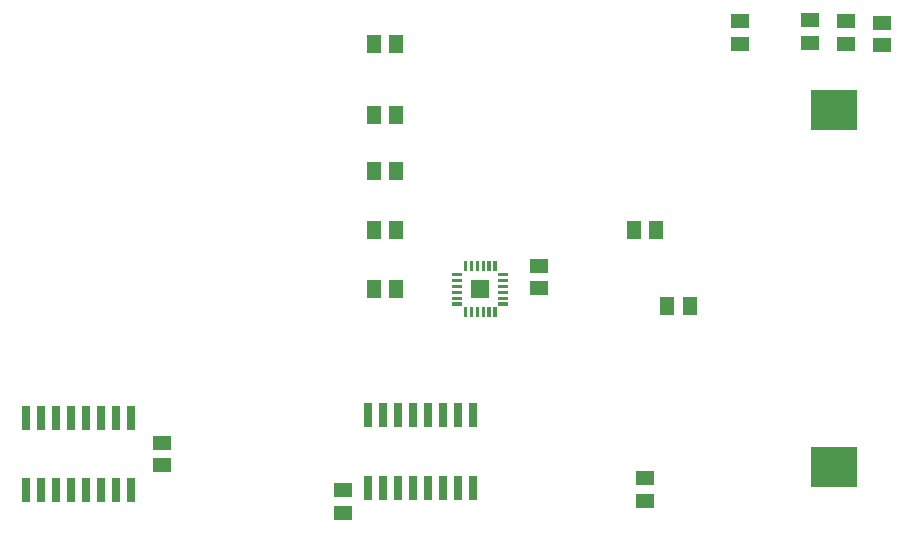
<source format=gbp>
G04 EAGLE Gerber RS-274X export*
G75*
%MOMM*%
%FSLAX34Y34*%
%LPD*%
%INBottom Paste*%
%IPPOS*%
%AMOC8*
5,1,8,0,0,1.08239X$1,22.5*%
G01*
%ADD10R,1.640000X1.640000*%
%ADD11C,0.065000*%
%ADD12R,1.300000X1.500000*%
%ADD13R,0.660400X2.032000*%
%ADD14R,1.500000X1.300000*%
%ADD15R,4.000000X3.500000*%
D10*
X420000Y270000D03*
D11*
X433475Y254225D02*
X433475Y246775D01*
X431525Y246775D01*
X431525Y254225D01*
X433475Y254225D01*
X433475Y247392D02*
X431525Y247392D01*
X431525Y248009D02*
X433475Y248009D01*
X433475Y248626D02*
X431525Y248626D01*
X431525Y249243D02*
X433475Y249243D01*
X433475Y249860D02*
X431525Y249860D01*
X431525Y250477D02*
X433475Y250477D01*
X433475Y251094D02*
X431525Y251094D01*
X431525Y251711D02*
X433475Y251711D01*
X433475Y252328D02*
X431525Y252328D01*
X431525Y252945D02*
X433475Y252945D01*
X433475Y253562D02*
X431525Y253562D01*
X431525Y254179D02*
X433475Y254179D01*
X428475Y254225D02*
X428475Y246775D01*
X426525Y246775D01*
X426525Y254225D01*
X428475Y254225D01*
X428475Y247392D02*
X426525Y247392D01*
X426525Y248009D02*
X428475Y248009D01*
X428475Y248626D02*
X426525Y248626D01*
X426525Y249243D02*
X428475Y249243D01*
X428475Y249860D02*
X426525Y249860D01*
X426525Y250477D02*
X428475Y250477D01*
X428475Y251094D02*
X426525Y251094D01*
X426525Y251711D02*
X428475Y251711D01*
X428475Y252328D02*
X426525Y252328D01*
X426525Y252945D02*
X428475Y252945D01*
X428475Y253562D02*
X426525Y253562D01*
X426525Y254179D02*
X428475Y254179D01*
X423475Y254225D02*
X423475Y246775D01*
X421525Y246775D01*
X421525Y254225D01*
X423475Y254225D01*
X423475Y247392D02*
X421525Y247392D01*
X421525Y248009D02*
X423475Y248009D01*
X423475Y248626D02*
X421525Y248626D01*
X421525Y249243D02*
X423475Y249243D01*
X423475Y249860D02*
X421525Y249860D01*
X421525Y250477D02*
X423475Y250477D01*
X423475Y251094D02*
X421525Y251094D01*
X421525Y251711D02*
X423475Y251711D01*
X423475Y252328D02*
X421525Y252328D01*
X421525Y252945D02*
X423475Y252945D01*
X423475Y253562D02*
X421525Y253562D01*
X421525Y254179D02*
X423475Y254179D01*
X418475Y254225D02*
X418475Y246775D01*
X416525Y246775D01*
X416525Y254225D01*
X418475Y254225D01*
X418475Y247392D02*
X416525Y247392D01*
X416525Y248009D02*
X418475Y248009D01*
X418475Y248626D02*
X416525Y248626D01*
X416525Y249243D02*
X418475Y249243D01*
X418475Y249860D02*
X416525Y249860D01*
X416525Y250477D02*
X418475Y250477D01*
X418475Y251094D02*
X416525Y251094D01*
X416525Y251711D02*
X418475Y251711D01*
X418475Y252328D02*
X416525Y252328D01*
X416525Y252945D02*
X418475Y252945D01*
X418475Y253562D02*
X416525Y253562D01*
X416525Y254179D02*
X418475Y254179D01*
X413475Y254225D02*
X413475Y246775D01*
X411525Y246775D01*
X411525Y254225D01*
X413475Y254225D01*
X413475Y247392D02*
X411525Y247392D01*
X411525Y248009D02*
X413475Y248009D01*
X413475Y248626D02*
X411525Y248626D01*
X411525Y249243D02*
X413475Y249243D01*
X413475Y249860D02*
X411525Y249860D01*
X411525Y250477D02*
X413475Y250477D01*
X413475Y251094D02*
X411525Y251094D01*
X411525Y251711D02*
X413475Y251711D01*
X413475Y252328D02*
X411525Y252328D01*
X411525Y252945D02*
X413475Y252945D01*
X413475Y253562D02*
X411525Y253562D01*
X411525Y254179D02*
X413475Y254179D01*
X408475Y254225D02*
X408475Y246775D01*
X406525Y246775D01*
X406525Y254225D01*
X408475Y254225D01*
X408475Y247392D02*
X406525Y247392D01*
X406525Y248009D02*
X408475Y248009D01*
X408475Y248626D02*
X406525Y248626D01*
X406525Y249243D02*
X408475Y249243D01*
X408475Y249860D02*
X406525Y249860D01*
X406525Y250477D02*
X408475Y250477D01*
X408475Y251094D02*
X406525Y251094D01*
X406525Y251711D02*
X408475Y251711D01*
X408475Y252328D02*
X406525Y252328D01*
X406525Y252945D02*
X408475Y252945D01*
X408475Y253562D02*
X406525Y253562D01*
X406525Y254179D02*
X408475Y254179D01*
X408475Y285775D02*
X408475Y293225D01*
X408475Y285775D02*
X406525Y285775D01*
X406525Y293225D01*
X408475Y293225D01*
X408475Y286392D02*
X406525Y286392D01*
X406525Y287009D02*
X408475Y287009D01*
X408475Y287626D02*
X406525Y287626D01*
X406525Y288243D02*
X408475Y288243D01*
X408475Y288860D02*
X406525Y288860D01*
X406525Y289477D02*
X408475Y289477D01*
X408475Y290094D02*
X406525Y290094D01*
X406525Y290711D02*
X408475Y290711D01*
X408475Y291328D02*
X406525Y291328D01*
X406525Y291945D02*
X408475Y291945D01*
X408475Y292562D02*
X406525Y292562D01*
X406525Y293179D02*
X408475Y293179D01*
X413475Y293225D02*
X413475Y285775D01*
X411525Y285775D01*
X411525Y293225D01*
X413475Y293225D01*
X413475Y286392D02*
X411525Y286392D01*
X411525Y287009D02*
X413475Y287009D01*
X413475Y287626D02*
X411525Y287626D01*
X411525Y288243D02*
X413475Y288243D01*
X413475Y288860D02*
X411525Y288860D01*
X411525Y289477D02*
X413475Y289477D01*
X413475Y290094D02*
X411525Y290094D01*
X411525Y290711D02*
X413475Y290711D01*
X413475Y291328D02*
X411525Y291328D01*
X411525Y291945D02*
X413475Y291945D01*
X413475Y292562D02*
X411525Y292562D01*
X411525Y293179D02*
X413475Y293179D01*
X418475Y293225D02*
X418475Y285775D01*
X416525Y285775D01*
X416525Y293225D01*
X418475Y293225D01*
X418475Y286392D02*
X416525Y286392D01*
X416525Y287009D02*
X418475Y287009D01*
X418475Y287626D02*
X416525Y287626D01*
X416525Y288243D02*
X418475Y288243D01*
X418475Y288860D02*
X416525Y288860D01*
X416525Y289477D02*
X418475Y289477D01*
X418475Y290094D02*
X416525Y290094D01*
X416525Y290711D02*
X418475Y290711D01*
X418475Y291328D02*
X416525Y291328D01*
X416525Y291945D02*
X418475Y291945D01*
X418475Y292562D02*
X416525Y292562D01*
X416525Y293179D02*
X418475Y293179D01*
X423475Y293225D02*
X423475Y285775D01*
X421525Y285775D01*
X421525Y293225D01*
X423475Y293225D01*
X423475Y286392D02*
X421525Y286392D01*
X421525Y287009D02*
X423475Y287009D01*
X423475Y287626D02*
X421525Y287626D01*
X421525Y288243D02*
X423475Y288243D01*
X423475Y288860D02*
X421525Y288860D01*
X421525Y289477D02*
X423475Y289477D01*
X423475Y290094D02*
X421525Y290094D01*
X421525Y290711D02*
X423475Y290711D01*
X423475Y291328D02*
X421525Y291328D01*
X421525Y291945D02*
X423475Y291945D01*
X423475Y292562D02*
X421525Y292562D01*
X421525Y293179D02*
X423475Y293179D01*
X428475Y293225D02*
X428475Y285775D01*
X426525Y285775D01*
X426525Y293225D01*
X428475Y293225D01*
X428475Y286392D02*
X426525Y286392D01*
X426525Y287009D02*
X428475Y287009D01*
X428475Y287626D02*
X426525Y287626D01*
X426525Y288243D02*
X428475Y288243D01*
X428475Y288860D02*
X426525Y288860D01*
X426525Y289477D02*
X428475Y289477D01*
X428475Y290094D02*
X426525Y290094D01*
X426525Y290711D02*
X428475Y290711D01*
X428475Y291328D02*
X426525Y291328D01*
X426525Y291945D02*
X428475Y291945D01*
X428475Y292562D02*
X426525Y292562D01*
X426525Y293179D02*
X428475Y293179D01*
X433475Y293225D02*
X433475Y285775D01*
X431525Y285775D01*
X431525Y293225D01*
X433475Y293225D01*
X433475Y286392D02*
X431525Y286392D01*
X431525Y287009D02*
X433475Y287009D01*
X433475Y287626D02*
X431525Y287626D01*
X431525Y288243D02*
X433475Y288243D01*
X433475Y288860D02*
X431525Y288860D01*
X431525Y289477D02*
X433475Y289477D01*
X433475Y290094D02*
X431525Y290094D01*
X431525Y290711D02*
X433475Y290711D01*
X433475Y291328D02*
X431525Y291328D01*
X431525Y291945D02*
X433475Y291945D01*
X433475Y292562D02*
X431525Y292562D01*
X431525Y293179D02*
X433475Y293179D01*
X435775Y283475D02*
X443225Y283475D01*
X443225Y281525D01*
X435775Y281525D01*
X435775Y283475D01*
X435775Y282142D02*
X443225Y282142D01*
X443225Y282759D02*
X435775Y282759D01*
X435775Y283376D02*
X443225Y283376D01*
X443225Y278475D02*
X435775Y278475D01*
X443225Y278475D02*
X443225Y276525D01*
X435775Y276525D01*
X435775Y278475D01*
X435775Y277142D02*
X443225Y277142D01*
X443225Y277759D02*
X435775Y277759D01*
X435775Y278376D02*
X443225Y278376D01*
X443225Y273475D02*
X435775Y273475D01*
X443225Y273475D02*
X443225Y271525D01*
X435775Y271525D01*
X435775Y273475D01*
X435775Y272142D02*
X443225Y272142D01*
X443225Y272759D02*
X435775Y272759D01*
X435775Y273376D02*
X443225Y273376D01*
X443225Y268475D02*
X435775Y268475D01*
X443225Y268475D02*
X443225Y266525D01*
X435775Y266525D01*
X435775Y268475D01*
X435775Y267142D02*
X443225Y267142D01*
X443225Y267759D02*
X435775Y267759D01*
X435775Y268376D02*
X443225Y268376D01*
X443225Y263475D02*
X435775Y263475D01*
X443225Y263475D02*
X443225Y261525D01*
X435775Y261525D01*
X435775Y263475D01*
X435775Y262142D02*
X443225Y262142D01*
X443225Y262759D02*
X435775Y262759D01*
X435775Y263376D02*
X443225Y263376D01*
X443225Y258475D02*
X435775Y258475D01*
X443225Y258475D02*
X443225Y256525D01*
X435775Y256525D01*
X435775Y258475D01*
X435775Y257142D02*
X443225Y257142D01*
X443225Y257759D02*
X435775Y257759D01*
X435775Y258376D02*
X443225Y258376D01*
X404225Y258475D02*
X396775Y258475D01*
X404225Y258475D02*
X404225Y256525D01*
X396775Y256525D01*
X396775Y258475D01*
X396775Y257142D02*
X404225Y257142D01*
X404225Y257759D02*
X396775Y257759D01*
X396775Y258376D02*
X404225Y258376D01*
X404225Y263475D02*
X396775Y263475D01*
X404225Y263475D02*
X404225Y261525D01*
X396775Y261525D01*
X396775Y263475D01*
X396775Y262142D02*
X404225Y262142D01*
X404225Y262759D02*
X396775Y262759D01*
X396775Y263376D02*
X404225Y263376D01*
X404225Y268475D02*
X396775Y268475D01*
X404225Y268475D02*
X404225Y266525D01*
X396775Y266525D01*
X396775Y268475D01*
X396775Y267142D02*
X404225Y267142D01*
X404225Y267759D02*
X396775Y267759D01*
X396775Y268376D02*
X404225Y268376D01*
X404225Y273475D02*
X396775Y273475D01*
X404225Y273475D02*
X404225Y271525D01*
X396775Y271525D01*
X396775Y273475D01*
X396775Y272142D02*
X404225Y272142D01*
X404225Y272759D02*
X396775Y272759D01*
X396775Y273376D02*
X404225Y273376D01*
X404225Y278475D02*
X396775Y278475D01*
X404225Y278475D02*
X404225Y276525D01*
X396775Y276525D01*
X396775Y278475D01*
X396775Y277142D02*
X404225Y277142D01*
X404225Y277759D02*
X396775Y277759D01*
X396775Y278376D02*
X404225Y278376D01*
X404225Y283475D02*
X396775Y283475D01*
X404225Y283475D02*
X404225Y281525D01*
X396775Y281525D01*
X396775Y283475D01*
X396775Y282142D02*
X404225Y282142D01*
X404225Y282759D02*
X396775Y282759D01*
X396775Y283376D02*
X404225Y283376D01*
D12*
X349500Y477500D03*
X330500Y477500D03*
X349500Y417500D03*
X330500Y417500D03*
X349500Y370000D03*
X330500Y370000D03*
X349500Y320000D03*
X330500Y320000D03*
X349500Y270000D03*
X330500Y270000D03*
D13*
X325550Y162750D03*
X325550Y101282D03*
X338250Y162750D03*
X350950Y162750D03*
X338250Y101282D03*
X350950Y101282D03*
X363650Y162750D03*
X363650Y101282D03*
X376350Y162750D03*
X376350Y101282D03*
X389050Y162750D03*
X401750Y162750D03*
X389050Y101282D03*
X401750Y101282D03*
X414450Y162750D03*
X414450Y101282D03*
X35550Y160734D03*
X35550Y99266D03*
X48250Y160734D03*
X60950Y160734D03*
X48250Y99266D03*
X60950Y99266D03*
X73650Y160734D03*
X73650Y99266D03*
X86350Y160734D03*
X86350Y99266D03*
X99050Y160734D03*
X111750Y160734D03*
X99050Y99266D03*
X111750Y99266D03*
X124450Y160734D03*
X124450Y99266D03*
D12*
X569500Y320000D03*
X550500Y320000D03*
X578852Y255683D03*
X597852Y255683D03*
D14*
X560000Y90500D03*
X560000Y109500D03*
X640000Y477500D03*
X640000Y496500D03*
D15*
X720000Y421000D03*
X720000Y119000D03*
D14*
X730000Y477500D03*
X730000Y496500D03*
X700000Y478500D03*
X700000Y497500D03*
X760297Y476146D03*
X760297Y495146D03*
X150640Y120431D03*
X150640Y139431D03*
X304000Y99500D03*
X304000Y80500D03*
X470000Y270500D03*
X470000Y289500D03*
M02*

</source>
